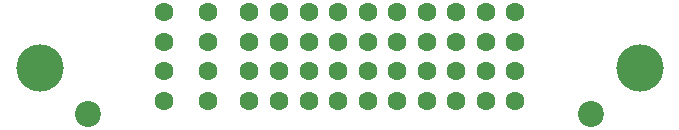
<source format=gbs>
G04 #@! TF.GenerationSoftware,KiCad,Pcbnew,8.0.9-8.0.9-0~ubuntu24.04.1*
G04 #@! TF.CreationDate,2026-01-28T03:30:08+00:00*
G04 #@! TF.ProjectId,greenecu48,67726565-6e65-4637-9534-382e6b696361,rev?*
G04 #@! TF.SameCoordinates,Original*
G04 #@! TF.FileFunction,Soldermask,Bot*
G04 #@! TF.FilePolarity,Negative*
%FSLAX46Y46*%
G04 Gerber Fmt 4.6, Leading zero omitted, Abs format (unit mm)*
G04 Created by KiCad (PCBNEW 8.0.9-8.0.9-0~ubuntu24.04.1) date 2026-01-28 03:30:08*
%MOMM*%
%LPD*%
G01*
G04 APERTURE LIST*
%ADD10C,4.000000*%
%ADD11C,2.200000*%
%ADD12C,1.600000*%
G04 APERTURE END LIST*
D10*
G04 #@! TO.C,U1*
X38587601Y98705401D03*
D11*
X42687601Y94855401D03*
X85287601Y94855401D03*
D10*
X89387601Y98705401D03*
D12*
X49137601Y103455401D03*
X49137601Y100955401D03*
X49137601Y98455401D03*
X49137601Y95955401D03*
X52837601Y103455401D03*
X52837601Y100955401D03*
X52837601Y98455401D03*
X52837601Y95955401D03*
X56337601Y103455401D03*
X56337601Y100955401D03*
X56337601Y98455401D03*
X56337601Y95955401D03*
X58837601Y103455401D03*
X58837601Y100955401D03*
X58837601Y98455401D03*
X58837601Y95955401D03*
X61337601Y103455401D03*
X61337601Y100955401D03*
X61337601Y98455401D03*
X61337601Y95955401D03*
X63837601Y103455401D03*
X63837601Y100955401D03*
X63837601Y98455401D03*
X63837601Y95955401D03*
X66337601Y103455401D03*
X66337601Y100955401D03*
X66337601Y98455401D03*
X66337601Y95955401D03*
X68837601Y103455401D03*
X68837601Y100955401D03*
X68837601Y98455401D03*
X68837601Y95955401D03*
X71337601Y103455401D03*
X71337601Y100955401D03*
X71337601Y98455401D03*
X71337601Y95955401D03*
X73837601Y103455401D03*
X73837601Y100955401D03*
X73837601Y98455401D03*
X73837601Y95955401D03*
X76337601Y103455401D03*
X76337601Y100955401D03*
X76337601Y98455401D03*
X76337601Y95955401D03*
X78837601Y103455401D03*
X78837601Y100955401D03*
X78837601Y98455401D03*
X78837601Y95955401D03*
G04 #@! TD*
M02*

</source>
